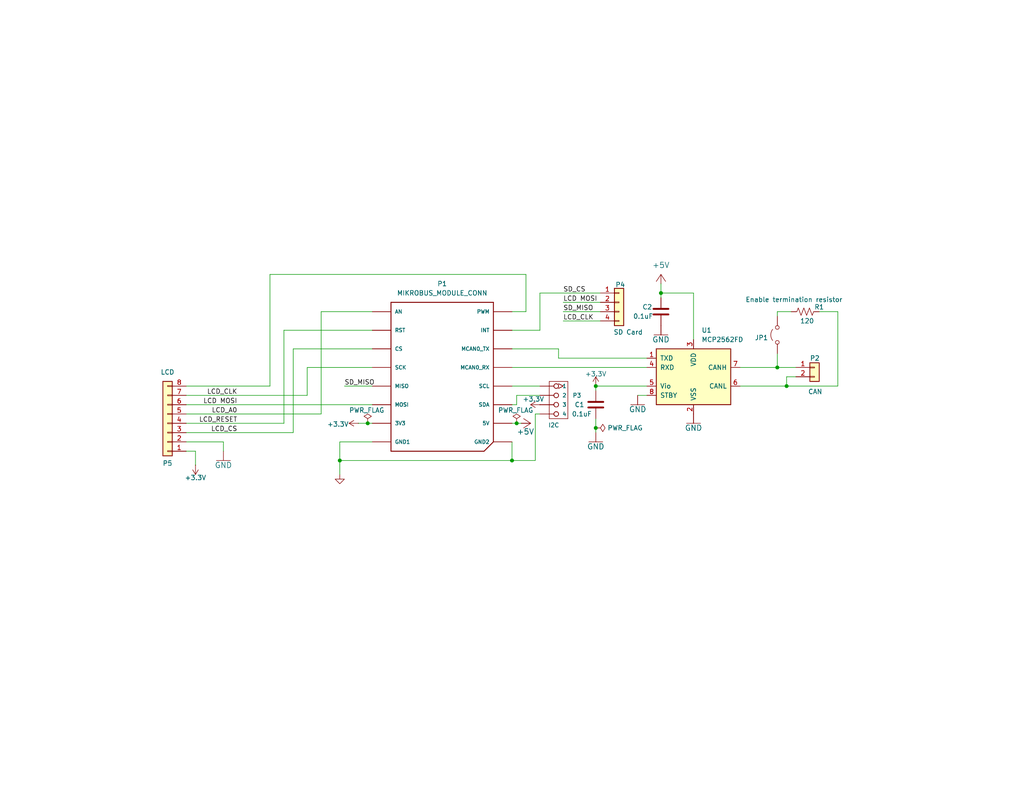
<source format=kicad_sch>
(kicad_sch (version 20231120) (generator "eeschema") (generator_version "8.0")
  (paper "A")
  (title_block (date "2025-01-06"))
  (lib_symbols
    (symbol "Connector_Generic:Conn_01x02" (pin_names (offset 1.016) hide)
      (property "Reference" "J" (at 0 2.54 0))
      (property "Value" "Conn_01x02" (at 0 -5.08 0))
      (symbol "Conn_01x02_1_1"
        (rectangle (start -1.27 -2.413) (end 0 -2.667) (stroke (width 0.1524)))
        (rectangle (start -1.27 0.127) (end 0 -0.127) (stroke (width 0.1524)))
        (rectangle (start -1.27 1.27) (end 1.27 -3.81) (stroke (width 0.254)) (fill (type background)))
        (pin passive line (at -5.08 0 0) (length 3.81) (name "Pin_1") (number "1"))
        (pin passive line (at -5.08 -2.54 0) (length 3.81) (name "Pin_2") (number "2"))
      )
    )
    (symbol "Connector_Generic:Conn_01x04" (pin_names (offset 1.016) hide)
      (property "Reference" "J" (at 0 5.08 0))
      (property "Value" "Conn_01x04" (at 0 -7.62 0))
      (symbol "Conn_01x04_1_1"
        (rectangle (start -1.27 -4.953) (end 0 -5.207) (stroke (width 0.1524)))
        (rectangle (start -1.27 -2.413) (end 0 -2.667) (stroke (width 0.1524)))
        (rectangle (start -1.27 0.127) (end 0 -0.127) (stroke (width 0.1524)))
        (rectangle (start -1.27 2.667) (end 0 2.413) (stroke (width 0.1524)))
        (rectangle (start -1.27 3.81) (end 1.27 -6.35) (stroke (width 0.254)) (fill (type background)))
        (pin passive line (at -5.08 2.54 0) (length 3.81) (name "Pin_1") (number "1"))
        (pin passive line (at -5.08 0 0) (length 3.81) (name "Pin_2") (number "2"))
        (pin passive line (at -5.08 -2.54 0) (length 3.81) (name "Pin_3") (number "3"))
        (pin passive line (at -5.08 -5.08 0) (length 3.81) (name "Pin_4") (number "4"))
      )
    )
    (symbol "Connector_Generic:Conn_01x08" (pin_names (offset 1.016) hide)
      (property "Reference" "J" (at 0 10.16 0))
      (property "Value" "Conn_01x08" (at 0 -12.7 0))
      (symbol "Conn_01x08_1_1"
        (rectangle (start -1.27 -10.033) (end 0 -10.287) (stroke (width 0.1524)))
        (rectangle (start -1.27 -7.493) (end 0 -7.747) (stroke (width 0.1524)))
        (rectangle (start -1.27 -4.953) (end 0 -5.207) (stroke (width 0.1524)))
        (rectangle (start -1.27 -2.413) (end 0 -2.667) (stroke (width 0.1524)))
        (rectangle (start -1.27 0.127) (end 0 -0.127) (stroke (width 0.1524)))
        (rectangle (start -1.27 2.667) (end 0 2.413) (stroke (width 0.1524)))
        (rectangle (start -1.27 5.207) (end 0 4.953) (stroke (width 0.1524)))
        (rectangle (start -1.27 7.747) (end 0 7.493) (stroke (width 0.1524)))
        (rectangle (start -1.27 8.89) (end 1.27 -11.43) (stroke (width 0.254)) (fill (type background)))
        (pin passive line (at -5.08 7.62 0) (length 3.81) (name "Pin_1") (number "1"))
        (pin passive line (at -5.08 5.08 0) (length 3.81) (name "Pin_2") (number "2"))
        (pin passive line (at -5.08 2.54 0) (length 3.81) (name "Pin_3") (number "3"))
        (pin passive line (at -5.08 0 0) (length 3.81) (name "Pin_4") (number "4"))
        (pin passive line (at -5.08 -2.54 0) (length 3.81) (name "Pin_5") (number "5"))
        (pin passive line (at -5.08 -5.08 0) (length 3.81) (name "Pin_6") (number "6"))
        (pin passive line (at -5.08 -7.62 0) (length 3.81) (name "Pin_7") (number "7"))
        (pin passive line (at -5.08 -10.16 0) (length 3.81) (name "Pin_8") (number "8"))
      )
    )
    (symbol "Device:C" (pin_numbers hide) (pin_names (offset 0.254))
      (property "Reference" "C" (at 0.635 2.54 0))
      (property "Value" "C" (at 0.635 -2.54 0))
      (symbol "C_0_1"
        (polyline (pts (xy -2.032 -0.762) (xy 2.032 -0.762)) (stroke (width 0.508)))
        (polyline (pts (xy -2.032 0.762) (xy 2.032 0.762)) (stroke (width 0.508)))
      )
      (symbol "C_1_1"
        (pin passive line (at 0 3.81 270) (length 2.794) (name "~") (number "1"))
        (pin passive line (at 0 -3.81 90) (length 2.794) (name "~") (number "2"))
      )
    )
    (symbol "Device:R_US" (pin_numbers hide) (pin_names (offset 0))
      (property "Reference" "R" (at 2.54 0 90))
      (property "Value" "R_US" (at -2.54 0 90))
      (symbol "R_US_0_1"
        (polyline (pts (xy 0 -2.286) (xy 0 -2.54)))
        (polyline (pts (xy 0 2.286) (xy 0 2.54)))
        (polyline (pts (xy 0 -0.762) (xy 1.016 -1.143) (xy 0 -1.524) (xy -1.016 -1.905) (xy 0 -2.286)))
        (polyline (pts (xy 0 0.762) (xy 1.016 0.381) (xy 0 0) (xy -1.016 -0.381) (xy 0 -0.762)))
        (polyline (pts (xy 0 2.286) (xy 1.016 1.905) (xy 0 1.524) (xy -1.016 1.143) (xy 0 0.762)))
      )
      (symbol "R_US_1_1"
        (pin passive line (at 0 3.81 270) (length 1.27) (name "~") (number "1"))
        (pin passive line (at 0 -3.81 90) (length 1.27) (name "~") (number "2"))
      )
    )
    (symbol "Interface_CAN_LIN:MCP2562-E-SN" (pin_names (offset 1.016))
      (property "Reference" "U" (at -10.16 8.89 0))
      (property "Value" "MCP2562-E-SN" (at 2.54 8.89 0))
      (symbol "MCP2562-E-SN_0_1"
        (rectangle (start -10.16 7.62) (end 10.16 -7.62) (stroke (width 0.254)) (fill (type background)))
      )
      (symbol "MCP2562-E-SN_1_1"
        (pin input line (at -12.7 5.08 0) (length 2.54) (name "TXD") (number "1"))
        (pin power_in line (at 0 -10.16 90) (length 2.54) (name "VSS") (number "2"))
        (pin power_in line (at 0 10.16 270) (length 2.54) (name "VDD") (number "3"))
        (pin output line (at -12.7 2.54 0) (length 2.54) (name "RXD") (number "4"))
        (pin power_in line (at -12.7 -2.54 0) (length 2.54) (name "Vio") (number "5"))
        (pin bidirectional line (at 12.7 -2.54 180) (length 2.54) (name "CANL") (number "6"))
        (pin bidirectional line (at 12.7 2.54 180) (length 2.54) (name "CANH") (number "7"))
        (pin input line (at -12.7 -5.08 0) (length 2.54) (name "STBY") (number "8"))
      )
    )
    (symbol "Jumper:Jumper_2_Open" (pin_numbers hide) (pin_names (offset 0) hide) (exclude_from_sim yes)
      (property "Reference" "JP" (at 0 2.794 0))
      (property "Value" "Jumper_2_Open" (at 0 -2.286 0))
      (symbol "Jumper_2_Open_0_0"
        (circle (center -2.032 0) (radius 0.508))
        (circle (center 2.032 0) (radius 0.508))
      )
      (symbol "Jumper_2_Open_0_1"
        (arc (start 1.524 1.27) (mid 0 1.778) (end -1.524 1.27))
      )
      (symbol "Jumper_2_Open_1_1"
        (pin passive line (at -5.08 0 0) (length 2.54) (name "A") (number "1"))
        (pin passive line (at 5.08 0 180) (length 2.54) (name "B") (number "2"))
      )
    )
    (symbol "OPL_Connector:GROVE-CONNECTOR-DIP_4P-2.0_" (pin_numbers hide) (pin_names (offset 1.016))
      (property "Reference" "J" (at -6.35 6.35 0))
      (property "Value" "GROVE-CONNECTOR-DIP_4P-2.0_" (at 0 6.35 0))
      (symbol "GROVE-CONNECTOR-DIP_4P-2.0__1_0"
        (polyline (pts (xy -1.27 -5.08) (xy -1.27 5.08)))
        (polyline (pts (xy -1.27 5.08) (xy 3.81 5.08)))
        (polyline (pts (xy 3.81 -5.08) (xy -1.27 -5.08)))
        (polyline (pts (xy 3.81 5.08) (xy 3.81 -5.08)))
      )
      (symbol "GROVE-CONNECTOR-DIP_4P-2.0__1_1"
        (pin bidirectional inverted_clock (at -3.81 3.81 0) (length 5.08) (name "1") (number "1"))
        (pin bidirectional inverted (at -3.81 1.27 0) (length 5.08) (name "2") (number "2"))
        (pin bidirectional inverted (at -3.81 -1.27 0) (length 5.08) (name "3") (number "3"))
        (pin bidirectional inverted (at -3.81 -3.81 0) (length 5.08) (name "4") (number "4"))
      )
    )
    (symbol "catu:+5V" (power) (pin_names (offset 1.016))
      (property "Value" "+5V" (at -2.54 -5.08 90))
      (symbol "+5V_1_0"
        (polyline (pts (xy 0 0) (xy -1.27 -1.905)))
        (polyline (pts (xy 1.27 -1.905) (xy 0 0)))
        (pin power_in line (at 0 -2.54 90) (length 2.54) (name "+5V") (number "1"))
      )
    )
    (symbol "catu:GND" (power) (pin_names (offset 1.016))
      (property "Value" "GND" (at -2.54 -2.54 0))
      (symbol "GND_1_0"
        (polyline (pts (xy -1.905 0) (xy 1.905 0)))
        (pin power_in line (at 0 2.54 270) (length 2.54) (name "GND") (number "1"))
      )
    )
    (symbol "catu:Mikrobus_Beagleplay1" (pin_numbers hide) (pin_names (offset 1.016))
      (property "Reference" "CON" (at 10.16 38.1 0))
      (property "Value" "MIKROBUS_MODULE_CONN" (at 1.27 -3.81 0))
      (symbol "Mikrobus_Beagleplay1_0_0"
        (polyline (pts (xy 0 0) (xy 0 40.64)) (stroke (width 0.254)))
        (polyline (pts (xy 0 40.64) (xy 27.94 40.64)) (stroke (width 0.254)))
        (polyline (pts (xy 25.4 0) (xy 0 0)) (stroke (width 0.254)))
        (polyline (pts (xy 27.94 2.54) (xy 25.4 0)) (stroke (width 0.254)))
        (polyline (pts (xy 27.94 40.64) (xy 27.94 2.54)) (stroke (width 0.254)))
        (pin passive line (at -5.08 38.1 0) (length 5.08) (name "AN") (number "P1"))
        (pin power_in line (at 33.02 7.62 180) (length 5.08) (name "5V") (number "P10"))
        (pin passive line (at 33.02 12.7 180) (length 5.08) (name "SDA") (number "P11"))
        (pin passive line (at 33.02 17.78 180) (length 5.08) (name "SCL") (number "P12"))
        (pin passive line (at 33.02 33.02 180) (length 5.08) (name "INT") (number "P15"))
        (pin passive line (at 33.02 38.1 180) (length 5.08) (name "PWM") (number "P16"))
        (pin passive line (at -5.08 33.02 0) (length 5.08) (name "RST") (number "P2"))
        (pin passive line (at -5.08 27.94 0) (length 5.08) (name "CS") (number "P3"))
        (pin passive line (at -5.08 22.86 0) (length 5.08) (name "SCK") (number "P4"))
        (pin passive line (at -5.08 17.78 0) (length 5.08) (name "MISO") (number "P5"))
        (pin passive line (at -5.08 12.7 0) (length 5.08) (name "MOSI") (number "P6"))
        (pin power_in line (at -5.08 7.62 0) (length 5.08) (name "3V3") (number "P7"))
        (pin passive line (at -5.08 2.54 0) (length 5.08) (name "GND1") (number "P8"))
        (pin passive line (at 33.02 2.54 180) (length 5.08) (name "GND2") (number "P9"))
      )
      (symbol "Mikrobus_Beagleplay1_1_0"
        (pin passive line (at 33.02 22.86 180) (length 5.08) (name "MCAN0_RX") (number "P13"))
        (pin passive line (at 33.02 27.94 180) (length 5.08) (name "MCAN0_TX") (number "P14"))
      )
    )
    (symbol "power:+3.3V" (power) (pin_numbers hide) (pin_names (offset 0) hide)
      (property "Value" "+3.3V" (at 0 3.556 0))
      (symbol "+3.3V_0_1"
        (polyline (pts (xy -0.762 1.27) (xy 0 2.54)))
        (polyline (pts (xy 0 0) (xy 0 2.54)))
        (polyline (pts (xy 0 2.54) (xy 0.762 1.27)))
      )
      (symbol "+3.3V_1_1"
        (pin power_in line (at 0 0 90) (length 0) (name "~") (number "1"))
      )
    )
    (symbol "power:GND" (power) (pin_numbers hide) (pin_names (offset 0) hide)
      (property "Value" "GND" (at 0 -3.81 0))
      (symbol "GND_0_1"
        (polyline (pts (xy 0 0) (xy 0 -1.27) (xy 1.27 -1.27) (xy 0 -2.54) (xy -1.27 -1.27) (xy 0 -1.27)))
      )
      (symbol "GND_1_1"
        (pin power_in line (at 0 0 270) (length 0) (name "~") (number "1"))
      )
    )
    (symbol "power:PWR_FLAG" (power) (pin_numbers hide) (pin_names (offset 0) hide)
      (property "Value" "PWR_FLAG" (at 0 3.81 0))
      (symbol "PWR_FLAG_0_0"
        (pin power_out line (at 0 0 90) (length 0) (name "~") (number "1"))
      )
      (symbol "PWR_FLAG_0_1"
        (polyline (pts (xy 0 0) (xy 0 1.27) (xy -1.016 1.905) (xy 0 2.54) (xy 1.016 1.905) (xy 0 1.27)))
      )
    )
  )
  (junction (at 162.56 105.41))
  (junction (at 140.97 115.57))
  (junction (at 212.09 100.33))
  (junction (at 139.7 125.73))
  (junction (at 100.33 115.57))
  (junction (at 214.63 105.41))
  (junction (at 180.34 80.01))
  (junction (at 162.56 116.84))
  (junction (at 92.71 125.73))
  (wire (pts (xy 152.4 97.79) (xy 176.53 97.79)))
  (wire (pts (xy 140.97 110.49) (xy 140.97 107.95)))
  (wire (pts (xy 162.56 114.3) (xy 162.56 116.84)))
  (wire (pts (xy 217.17 102.87) (xy 214.63 102.87)))
  (wire (pts (xy 139.7 90.17) (xy 147.32 90.17)))
  (wire (pts (xy 93.98 105.41) (xy 101.6 105.41)))
  (wire (pts (xy 212.09 86.36) (xy 212.09 85.09)))
  (wire (pts (xy 162.56 105.41) (xy 162.56 106.68)))
  (wire (pts (xy 162.56 105.41) (xy 176.53 105.41)))
  (wire (pts (xy 212.09 100.33) (xy 217.17 100.33)))
  (wire (pts (xy 139.7 110.49) (xy 140.97 110.49)))
  (wire (pts (xy 201.93 100.33) (xy 212.09 100.33)))
  (wire (pts (xy 92.71 120.65) (xy 92.71 125.73)))
  (wire (pts (xy 50.8 118.11) (xy 80.01 118.11)))
  (wire (pts (xy 189.23 80.01) (xy 189.23 92.71)))
  (wire (pts (xy 153.67 87.63) (xy 163.83 87.63)))
  (wire (pts (xy 87.63 113.03) (xy 87.63 85.09)))
  (wire (pts (xy 97.79 115.57) (xy 100.33 115.57)))
  (wire (pts (xy 53.34 127) (xy 53.34 123.19)))
  (wire (pts (xy 50.8 115.57) (xy 77.47 115.57)))
  (wire (pts (xy 139.7 95.25) (xy 152.4 95.25)))
  (wire (pts (xy 180.34 80.01) (xy 180.34 81.28)))
  (wire (pts (xy 147.32 90.17) (xy 147.32 80.01)))
  (wire (pts (xy 80.01 95.25) (xy 101.6 95.25)))
  (wire (pts (xy 223.52 85.09) (xy 228.6 85.09)))
  (wire (pts (xy 176.53 107.95) (xy 173.99 107.95)))
  (wire (pts (xy 139.7 100.33) (xy 176.53 100.33)))
  (wire (pts (xy 147.32 113.03) (xy 146.05 113.03)))
  (wire (pts (xy 139.7 105.41) (xy 147.32 105.41)))
  (wire (pts (xy 100.33 115.57) (xy 101.6 115.57)))
  (wire (pts (xy 73.66 74.93) (xy 143.51 74.93)))
  (wire (pts (xy 87.63 85.09) (xy 101.6 85.09)))
  (wire (pts (xy 50.8 113.03) (xy 87.63 113.03)))
  (wire (pts (xy 83.82 107.95) (xy 83.82 100.33)))
  (wire (pts (xy 214.63 102.87) (xy 214.63 105.41)))
  (wire (pts (xy 142.24 115.57) (xy 140.97 115.57)))
  (wire (pts (xy 146.05 113.03) (xy 146.05 125.73)))
  (wire (pts (xy 77.47 90.17) (xy 101.6 90.17)))
  (wire (pts (xy 92.71 125.73) (xy 92.71 129.54)))
  (wire (pts (xy 201.93 105.41) (xy 214.63 105.41)))
  (wire (pts (xy 143.51 85.09) (xy 139.7 85.09)))
  (wire (pts (xy 50.8 110.49) (xy 101.6 110.49)))
  (wire (pts (xy 60.96 120.65) (xy 50.8 120.65)))
  (wire (pts (xy 139.7 125.73) (xy 139.7 120.65)))
  (wire (pts (xy 180.34 77.47) (xy 180.34 80.01)))
  (wire (pts (xy 162.56 116.84) (xy 162.56 118.11)))
  (wire (pts (xy 147.32 80.01) (xy 163.83 80.01)))
  (wire (pts (xy 153.67 85.09) (xy 163.83 85.09)))
  (wire (pts (xy 140.97 115.57) (xy 139.7 115.57)))
  (wire (pts (xy 214.63 105.41) (xy 228.6 105.41)))
  (wire (pts (xy 92.71 125.73) (xy 139.7 125.73)))
  (wire (pts (xy 140.97 107.95) (xy 147.32 107.95)))
  (wire (pts (xy 53.34 123.19) (xy 50.8 123.19)))
  (wire (pts (xy 228.6 85.09) (xy 228.6 105.41)))
  (wire (pts (xy 143.51 74.93) (xy 143.51 85.09)))
  (wire (pts (xy 153.67 82.55) (xy 163.83 82.55)))
  (wire (pts (xy 80.01 118.11) (xy 80.01 95.25)))
  (wire (pts (xy 92.71 120.65) (xy 101.6 120.65)))
  (wire (pts (xy 180.34 80.01) (xy 189.23 80.01)))
  (wire (pts (xy 50.8 107.95) (xy 83.82 107.95)))
  (wire (pts (xy 212.09 85.09) (xy 215.9 85.09)))
  (wire (pts (xy 152.4 97.79) (xy 152.4 95.25)))
  (wire (pts (xy 73.66 105.41) (xy 73.66 74.93)))
  (wire (pts (xy 50.8 105.41) (xy 73.66 105.41)))
  (wire (pts (xy 212.09 96.52) (xy 212.09 100.33)))
  (wire (pts (xy 77.47 115.57) (xy 77.47 90.17)))
  (wire (pts (xy 146.05 125.73) (xy 139.7 125.73)))
  (wire (pts (xy 83.82 100.33) (xy 101.6 100.33)))
  (wire (pts (xy 60.96 120.65) (xy 60.96 123.19)))
  (label "SD_MISO" (at 153.67 85.09 0))
  (label "LCD_CLK" (at 64.77 107.95 180))
  (label "LCD MOSI" (at 153.67 82.55 0))
  (label "SD_MISO" (at 93.98 105.41 0))
  (label "LCD_CLK" (at 153.67 87.63 0))
  (label "LCD_CS" (at 64.77 118.11 180))
  (label "LCD_A0" (at 64.77 113.03 180))
  (label "SD_CS" (at 153.67 80.01 0))
  (label "LCD MOSI" (at 64.77 110.49 180))
  (label "LCD_RESET" (at 64.77 115.57 180))
  (symbol (lib_id "power:GND") (at 92.71 129.54 0) (unit 1)
    (property "Reference" "#PWR02" (effects (hide yes)))
    (property "Value" "GND" (effects (hide yes)))
    (property "Description" "Power symbol creates a global label with name \"GND\" , ground" (effects (hide yes)))
  )
  (symbol (lib_id "power:+3.3V") (at 162.56 105.41 0) (unit 1)
    (property "Reference" "#PWR04" (effects (hide yes)))
    (property "Value" "+3.3V" (at 162.56 102.108 0))
    (property "Description" "Power symbol creates a global label with name \"+3.3V\"" (effects (hide yes)))
  )
  (symbol (lib_id "Jumper:Jumper_2_Open") (at 212.09 91.44 90) (unit 1) (exclude_from_sim yes)
    (property "Reference" "JP1" (at 207.772 92.202 90))
    (property "Value" "Enable termination resistor" (at 216.662 81.788 90))
    (property "Footprint" "Connector_PinHeader_2.54mm:PinHeader_1x02_P2.54mm_Vertical" (effects (hide yes)))
    (property "Description" "Jumper, 2-pole, open" (effects (hide yes)))
  )
  (symbol (lib_id "catu:Mikrobus_Beagleplay1") (at 106.68 123.19 0) (unit 1)
    (property "Reference" "P1" (at 120.65 77.47 0))
    (property "Value" "MIKROBUS_MODULE_CONN" (at 120.65 80.01 0))
    (property "Footprint" "MIKROBUS_MODULE_CONN" (effects (hide yes)))
  )
  (symbol (lib_id "power:PWR_FLAG") (at 100.33 115.57 0) (unit 1)
    (property "Reference" "#FLG01" (effects (hide yes)))
    (property "Value" "PWR_FLAG" (at 100.076 112.014 0))
    (property "Description" "Special symbol for telling ERC where power comes from" (effects (hide yes)))
  )
  (symbol (lib_id "Device:C") (at 180.34 85.09 0) (unit 1)
    (property "Reference" "C2" (at 175.26 83.82 0) (effects (justify left)))
    (property "Value" "0.1uF" (at 172.72 86.36 0) (effects (justify left)))
    (property "Footprint" "Capacitor_THT:C_Disc_D5.0mm_W2.5mm_P5.00mm" (effects (hide yes)))
    (property "Description" "Unpolarized capacitor" (effects (hide yes)))
  )
  (symbol (lib_id "catu:+5V") (at 144.78 115.57 270) (unit 1)
    (property "Reference" "#P+04" (effects (hide yes)))
    (property "Value" "+5V" (at 140.97 117.856 90) (effects (font (size 1.4986 1.4986)) (justify left)))
  )
  (symbol (lib_id "Device:C") (at 162.56 110.49 180) (unit 1)
    (property "Reference" "C1" (at 158.115 110.49 0))
    (property "Value" "0.1uF" (at 158.75 113.03 0))
    (property "Footprint" "Capacitor_THT:C_Disc_D5.0mm_W2.5mm_P5.00mm" (effects (hide yes)))
    (property "Description" "Unpolarized capacitor" (effects (hide yes)))
  )
  (symbol (lib_id "Device:R_US") (at 219.71 85.09 90) (unit 1)
    (property "Reference" "R1" (at 223.52 83.82 90))
    (property "Value" "120" (at 220.218 87.63 90))
    (property "Footprint" "Resistor_THT:R_Axial_DIN0309_L9.0mm_D3.2mm_P15.24mm_Horizontal" (effects (hide yes)))
    (property "Description" "Resistor, US symbol" (effects (hide yes)))
  )
  (symbol (lib_id "power:+3.3V") (at 53.34 127 0) (mirror x) (unit 1)
    (property "Reference" "#PWR06" (effects (hide yes)))
    (property "Value" "+3.3V" (at 53.34 130.429 0))
    (property "Description" "Power symbol creates a global label with name \"+3.3V\"" (effects (hide yes)))
  )
  (symbol (lib_id "power:PWR_FLAG") (at 140.97 115.57 0) (unit 1)
    (property "Reference" "#FLG02" (effects (hide yes)))
    (property "Value" "PWR_FLAG" (at 140.716 112.014 0))
    (property "Description" "Special symbol for telling ERC where power comes from" (effects (hide yes)))
  )
  (symbol (lib_id "catu:GND") (at 189.23 115.57 0) (unit 1)
    (property "Reference" "#GND04" (effects (hide yes)))
    (property "Value" "GND" (at 189.23 116.84 0) (effects (font (size 1.4986 1.4986))))
  )
  (symbol (lib_id "catu:GND") (at 173.99 110.49 0) (unit 1)
    (property "Reference" "#GND02" (effects (hide yes)))
    (property "Value" "GND" (at 173.99 111.76 0) (effects (font (size 1.4986 1.4986))))
  )
  (symbol (lib_id "catu:GND") (at 60.96 125.73 0) (mirror y) (unit 1)
    (property "Reference" "#GND05" (effects (hide yes)))
    (property "Value" "GND" (at 60.96 127 0) (effects (font (size 1.4986 1.4986))))
  )
  (symbol (lib_id "catu:GND") (at 180.34 91.44 0) (unit 1)
    (property "Reference" "#GND03" (effects (hide yes)))
    (property "Value" "GND" (at 180.34 92.71 0) (effects (font (size 1.4986 1.4986))))
  )
  (symbol (lib_id "Connector_Generic:Conn_01x04") (at 168.91 82.55 0) (unit 1)
    (property "Reference" "P4" (at 167.894 77.724 0) (effects (justify left)))
    (property "Value" "SD Card" (at 167.386 90.678 0) (effects (justify left)))
    (property "Footprint" "Connector_PinHeader_2.54mm:PinHeader_1x04_P2.54mm_Vertical" (effects (hide yes)))
    (property "Description" "Generic connector, single row, 01x04, script generated (kicad-library-utils/schlib/autogen/connector/)" (effects (hide yes)))
  )
  (symbol (lib_id "power:PWR_FLAG") (at 162.56 116.84 270) (unit 1)
    (property "Reference" "#FLG03" (effects (hide yes)))
    (property "Value" "PWR_FLAG" (at 165.735 116.84 90) (effects (justify left)))
    (property "Description" "Special symbol for telling ERC where power comes from" (effects (hide yes)))
  )
  (symbol (lib_id "power:+3.3V") (at 147.32 110.49 90) (unit 1)
    (property "Reference" "#PWR03" (effects (hide yes)))
    (property "Value" "+3.3V" (at 145.542 108.966 90))
    (property "Description" "Power symbol creates a global label with name \"+3.3V\"" (effects (hide yes)))
  )
  (symbol (lib_id "catu:+5V") (at 180.34 74.93 0) (unit 1)
    (property "Reference" "#P+03" (effects (hide yes)))
    (property "Value" "+5V" (at 180.34 72.39 0) (effects (font (size 1.4986 1.4986))))
  )
  (symbol (lib_id "OPL_Connector:GROVE-CONNECTOR-DIP_4P-2.0_") (at 151.13 109.22 0) (unit 1)
    (property "Reference" "P3" (at 156.21 107.95 0) (effects (font (size 1.143 1.143)) (justify left)))
    (property "Value" "I2C" (at 149.606 116.078 0) (effects (font (size 1.143 1.143)) (justify left)))
    (property "Footprint" "Connector:NS-Tech_Grove_1x04_P2mm_Vertical" (effects (hide yes)))
    (property "SKU" "320110033" (effects (hide yes)))
  )
  (symbol (lib_id "power:+3.3V") (at 97.79 115.57 90) (unit 1)
    (property "Reference" "#PWR05" (effects (hide yes)))
    (property "Value" "+3.3V" (at 92.202 115.824 90))
    (property "Description" "Power symbol creates a global label with name \"+3.3V\"" (effects (hide yes)))
  )
  (symbol (lib_id "catu:GND") (at 162.56 120.65 0) (unit 1)
    (property "Reference" "#GND01" (effects (hide yes)))
    (property "Value" "GND" (at 162.56 121.92 0) (effects (font (size 1.4986 1.4986))))
  )
  (symbol (lib_id "Connector_Generic:Conn_01x02") (at 222.25 100.33 0) (unit 1)
    (property "Reference" "P2" (at 220.98 97.79 0) (effects (justify left)))
    (property "Value" "CAN" (at 220.472 106.934 0) (effects (justify left)))
    (property "Footprint" "Connector_PinHeader_2.54mm:PinHeader_1x02_P2.54mm_Vertical" (effects (hide yes)))
    (property "Description" "Generic connector, single row, 01x02, script generated (kicad-library-utils/schlib/autogen/connector/)" (effects (hide yes)))
  )
  (symbol (lib_id "Connector_Generic:Conn_01x08") (at 45.72 115.57 180) (unit 1)
    (property "Reference" "P5" (at 45.72 126.492 0))
    (property "Value" "LCD" (at 45.72 101.6 0))
    (property "Footprint" "Connector_PinHeader_2.54mm:PinHeader_1x08_P2.54mm_Vertical" (effects (hide yes)))
    (property "Description" "Generic connector, single row, 01x08, script generated (kicad-library-utils/schlib/autogen/connector/)" (effects (hide yes)))
  )
  (symbol (lib_id "Interface_CAN_LIN:MCP2562-E-SN") (at 189.23 102.87 0) (unit 1)
    (property "Reference" "U1" (at 191.4241 90.17 0) (effects (justify left)))
    (property "Value" "MCP2562FD" (at 191.4241 92.71 0) (effects (justify left)))
    (property "Footprint" "Package_DIP:CERDIP-8_W7.62mm_SideBrazed_LongPads" (effects (hide yes)))
    (property "Datasheet" "http://ww1.microchip.com/downloads/en/DeviceDoc/25167A.pdf" (effects (hide yes)))
    (property "Description" "High-Speed CAN Transceiver, 1Mbps, 5V supply, Vio pin, -40C to +125C, SOIC-8" (effects (hide yes)))
  )
)
</source>
